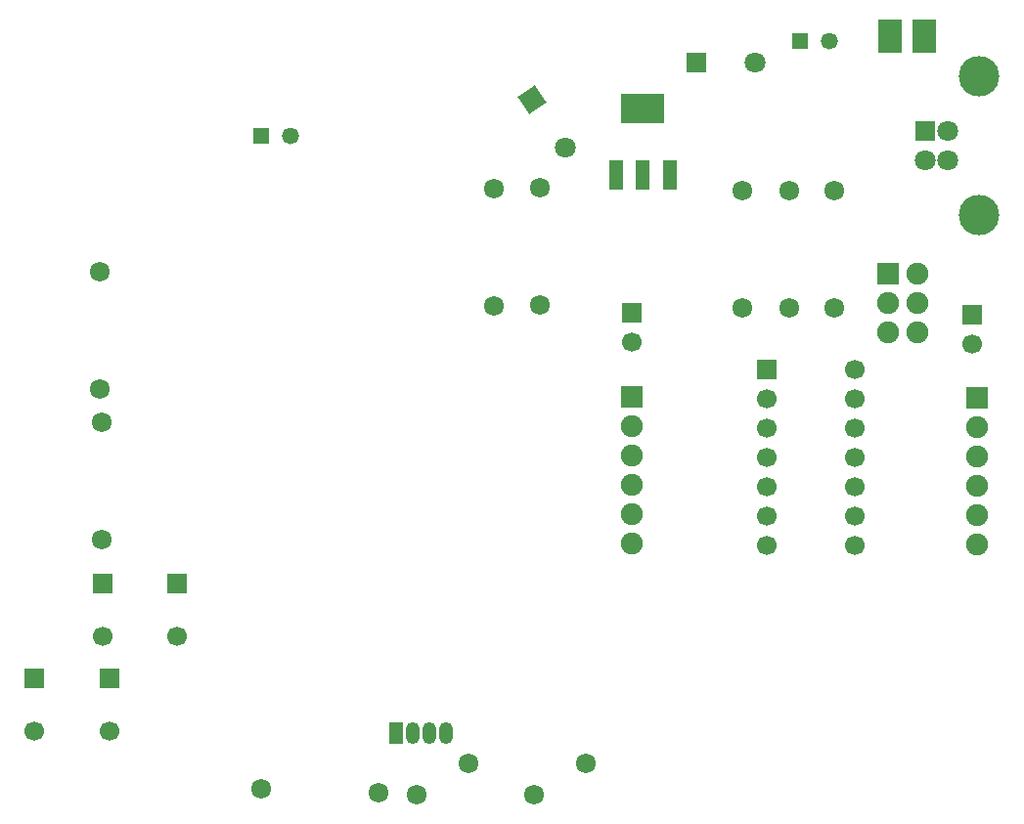
<source format=gbr>
G04 DipTrace 3.3.1.2*
G04 TopMask.gbr*
%MOIN*%
G04 #@! TF.FileFunction,Soldermask,Top*
G04 #@! TF.Part,Single*
%AMOUTLINE1*
4,1,4,
-0.009543,-0.049193,
-0.049193,0.009543,
0.009543,0.049193,
0.049193,-0.009543,
-0.009543,-0.049193,
0*%
%ADD25R,0.066929X0.066929*%
%ADD26C,0.066929*%
%ADD49R,0.147638X0.100394*%
%ADD51R,0.045276X0.104331*%
%ADD53C,0.066929*%
%ADD55R,0.07874X0.114173*%
%ADD57C,0.067874*%
%ADD59C,0.067874*%
%ADD61C,0.137795*%
%ADD63C,0.070866*%
%ADD65C,0.074803*%
%ADD66R,0.074803X0.074803*%
%ADD69R,0.049213X0.074803*%
%ADD71O,0.049213X0.074803*%
%ADD73R,0.057874X0.057874*%
%ADD75C,0.057874*%
%ADD77R,0.070866X0.070866*%
%ADD79C,0.070866*%
%ADD91OUTLINE1*%
%FSLAX26Y26*%
G04*
G70*
G90*
G75*
G01*
G04 TopMask*
%LPD*%
D79*
X2355836Y2656566D3*
D91*
X2243938Y2822332D3*
D79*
X3002664Y2948499D3*
D77*
X2802664D3*
D75*
X3254762Y3022056D3*
D73*
X3154762D3*
D75*
X1419734Y2698675D3*
D73*
X1319734D3*
D71*
X1949848Y662407D3*
X1837348D3*
D69*
X1781098D3*
D71*
X1893598D3*
D25*
X2583402Y2095776D3*
D26*
Y1995776D3*
D25*
X3742146Y2089612D3*
D26*
Y1989612D3*
D66*
X3759280Y1804381D3*
D65*
Y1704381D3*
Y1604381D3*
Y1504381D3*
Y1404381D3*
Y1304381D3*
D66*
X2582381Y1806908D3*
D65*
Y1706908D3*
Y1606908D3*
Y1506908D3*
Y1406908D3*
Y1306908D3*
D77*
X3581458Y2714181D3*
D63*
Y2615756D3*
X3660198D3*
Y2714181D3*
D61*
X3766891Y2427961D3*
Y2901976D3*
D66*
X3456005Y2227013D3*
D65*
X3556005D3*
X3456005Y2127013D3*
X3556005D3*
X3456005Y2027013D3*
X3556005D3*
D59*
X2268697Y2121283D3*
D57*
Y2521283D3*
D59*
X2111915Y2116972D3*
D57*
Y2516972D3*
D59*
X768646Y2235462D3*
D57*
Y1835462D3*
D59*
X776289Y1720699D3*
D57*
Y1320699D3*
D59*
X2958630Y2110008D3*
D57*
Y2510008D3*
D59*
X3118954Y2511514D3*
D57*
Y2111514D3*
D59*
X3273685Y2510887D3*
D57*
Y2110887D3*
D55*
X3579778Y3037496D3*
X3461668D3*
D59*
X2024916Y558417D3*
D57*
X2424916D3*
D59*
X1849934Y452178D3*
D57*
X2249934D3*
D59*
X1318740Y470927D3*
D57*
X1718525Y457793D3*
D25*
X778230Y1170126D3*
D53*
Y992961D3*
X1034135D3*
D25*
Y1170126D3*
X546215Y846797D3*
D53*
Y669631D3*
X802121D3*
D25*
Y846797D3*
X3043559Y1902026D3*
D26*
Y1802026D3*
Y1702026D3*
Y1602026D3*
Y1502026D3*
Y1402026D3*
Y1302026D3*
X3343559D3*
Y1402026D3*
Y1502026D3*
Y1602026D3*
Y1702026D3*
Y1802026D3*
Y1902026D3*
D51*
X2530623Y2562996D3*
X2621175D3*
X2711726D3*
D49*
X2621175Y2791343D3*
M02*

</source>
